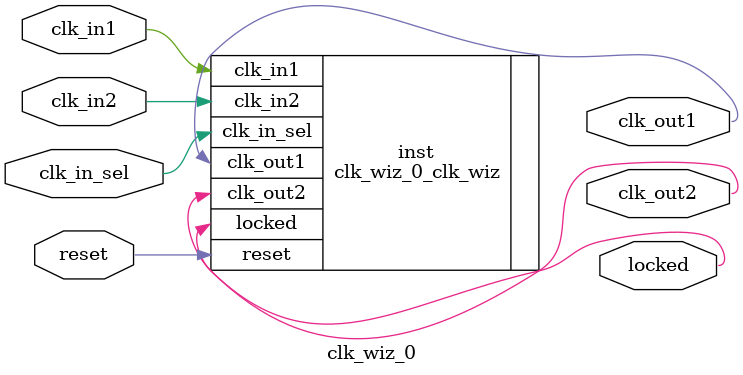
<source format=v>


`timescale 1ps/1ps

(* CORE_GENERATION_INFO = "clk_wiz_0,clk_wiz_v6_0_2_0_0,{component_name=clk_wiz_0,use_phase_alignment=true,use_min_o_jitter=false,use_max_i_jitter=false,use_dyn_phase_shift=false,use_inclk_switchover=true,use_dyn_reconfig=false,enable_axi=0,feedback_source=FDBK_AUTO,PRIMITIVE=PLL,num_out_clk=2,clkin1_period=10.000,clkin2_period=10.000,use_power_down=false,use_reset=true,use_locked=true,use_inclk_stopped=false,feedback_type=SINGLE,CLOCK_MGR_TYPE=NA,manual_override=false}" *)

module clk_wiz_0 
 (
  input         clk_in2,
  input         clk_in_sel,
  // Clock out ports
  output        clk_out1,
  output        clk_out2,
  // Status and control signals
  input         reset,
  output        locked,
 // Clock in ports
  input         clk_in1
 );

  clk_wiz_0_clk_wiz inst
  (
  .clk_in2(clk_in2),
  .clk_in_sel(clk_in_sel),
  // Clock out ports  
  .clk_out1(clk_out1),
  .clk_out2(clk_out2),
  // Status and control signals               
  .reset(reset), 
  .locked(locked),
 // Clock in ports
  .clk_in1(clk_in1)
  );

endmodule

</source>
